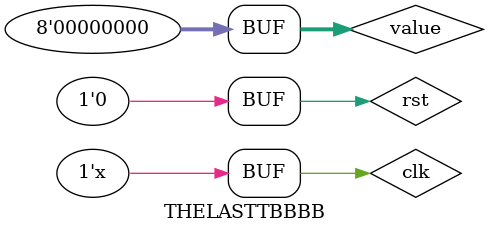
<source format=v>
`timescale 1ns / 1ps


module THELASTTBBBB;

	// Inputs
	reg clk;
	reg rst;
	reg [7:0] value;

	// Outputs
	wire [6:0] sevent;
	wire [3:0] enable;

	// Instantiate the Unit Under Test (UUT)
	DataPath uut (
		.clk(clk), 
		.rst(rst), 
		.value(value), 
		.sevent(sevent), 
		.enable(enable)
	);
always#5 clk = ~clk;
	initial begin
		// Initialize Inputs
		clk = 0;
		rst = 1;
		value = 0;
		// Wait 100 ns for global reset to finish
		#10;
		rst = 0;
        
		// Add stimulus here

	end
      
endmodule


</source>
